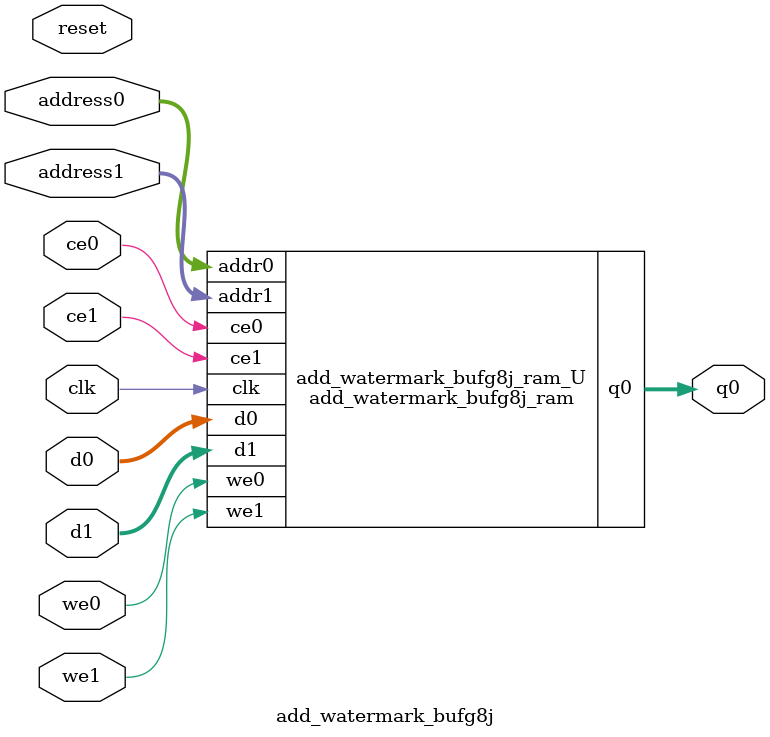
<source format=v>

`timescale 1 ns / 1 ps
module add_watermark_bufg8j_ram (addr0, ce0, d0, we0, q0, addr1, ce1, d1, we1,  clk);

parameter DWIDTH = 8;
parameter AWIDTH = 4;
parameter MEM_SIZE = 16;

input[AWIDTH-1:0] addr0;
input ce0;
input[DWIDTH-1:0] d0;
input we0;
output reg[DWIDTH-1:0] q0;
input[AWIDTH-1:0] addr1;
input ce1;
input[DWIDTH-1:0] d1;
input we1;
input clk;

(* ram_style = "block" *)reg [DWIDTH-1:0] ram[0:MEM_SIZE-1];




always @(posedge clk)  
begin 
    if (ce0) 
    begin
        if (we0) 
        begin 
            ram[addr0] <= d0; 
            q0 <= d0;
        end 
        else 
            q0 <= ram[addr0];
    end
end


always @(posedge clk)  
begin 
    if (ce1) 
    begin
        if (we1) 
        begin 
            ram[addr1] <= d1; 
        end 
    end
end


endmodule


`timescale 1 ns / 1 ps
module add_watermark_bufg8j(
    reset,
    clk,
    address0,
    ce0,
    we0,
    d0,
    q0,
    address1,
    ce1,
    we1,
    d1);

parameter DataWidth = 32'd8;
parameter AddressRange = 32'd16;
parameter AddressWidth = 32'd4;
input reset;
input clk;
input[AddressWidth - 1:0] address0;
input ce0;
input we0;
input[DataWidth - 1:0] d0;
output[DataWidth - 1:0] q0;
input[AddressWidth - 1:0] address1;
input ce1;
input we1;
input[DataWidth - 1:0] d1;



add_watermark_bufg8j_ram add_watermark_bufg8j_ram_U(
    .clk( clk ),
    .addr0( address0 ),
    .ce0( ce0 ),
    .d0( d0 ),
    .we0( we0 ),
    .q0( q0 ),
    .addr1( address1 ),
    .ce1( ce1 ),
    .d1( d1 ),
    .we1( we1 ));

endmodule


</source>
